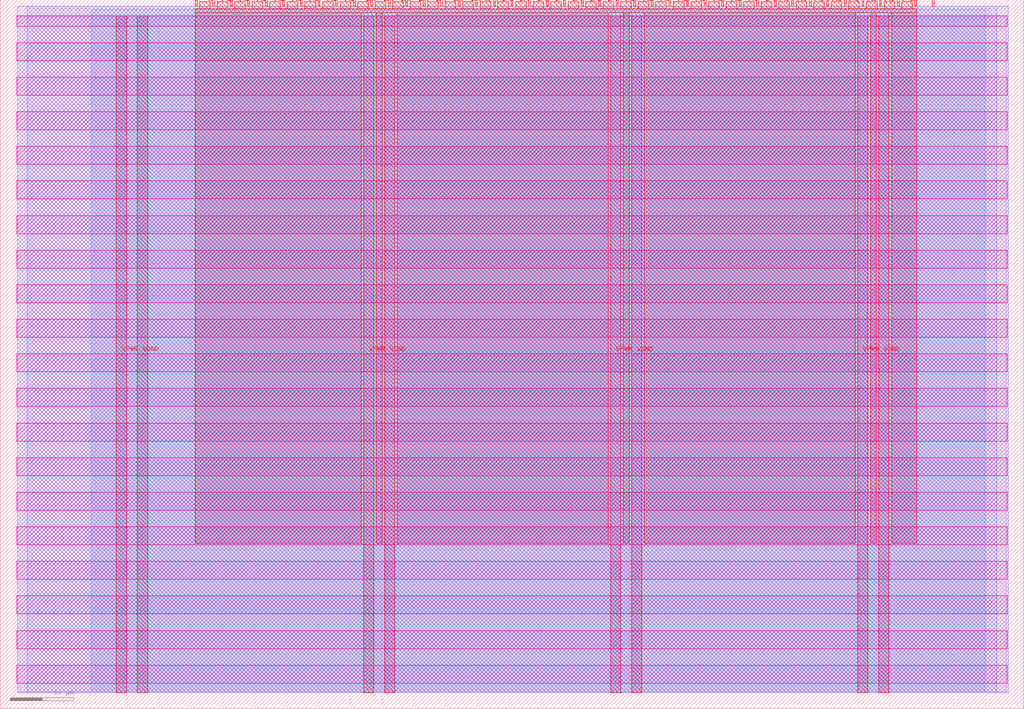
<source format=lef>
VERSION 5.7 ;
  NOWIREEXTENSIONATPIN ON ;
  DIVIDERCHAR "/" ;
  BUSBITCHARS "[]" ;
MACRO tt_um_emilian_muxpga
  CLASS BLOCK ;
  FOREIGN tt_um_emilian_muxpga ;
  ORIGIN 0.000 0.000 ;
  SIZE 161.000 BY 111.520 ;
  PIN VGND
    DIRECTION INOUT ;
    USE GROUND ;
    PORT
      LAYER met4 ;
        RECT 21.580 2.480 23.180 109.040 ;
    END
    PORT
      LAYER met4 ;
        RECT 60.450 2.480 62.050 109.040 ;
    END
    PORT
      LAYER met4 ;
        RECT 99.320 2.480 100.920 109.040 ;
    END
    PORT
      LAYER met4 ;
        RECT 138.190 2.480 139.790 109.040 ;
    END
  END VGND
  PIN VPWR
    DIRECTION INOUT ;
    USE POWER ;
    PORT
      LAYER met4 ;
        RECT 18.280 2.480 19.880 109.040 ;
    END
    PORT
      LAYER met4 ;
        RECT 57.150 2.480 58.750 109.040 ;
    END
    PORT
      LAYER met4 ;
        RECT 96.020 2.480 97.620 109.040 ;
    END
    PORT
      LAYER met4 ;
        RECT 134.890 2.480 136.490 109.040 ;
    END
  END VPWR
  PIN clk
    DIRECTION INPUT ;
    USE SIGNAL ;
    ANTENNAGATEAREA 0.852000 ;
    PORT
      LAYER met4 ;
        RECT 143.830 110.520 144.130 111.520 ;
    END
  END clk
  PIN ena
    DIRECTION INPUT ;
    USE SIGNAL ;
    PORT
      LAYER met4 ;
        RECT 146.590 110.520 146.890 111.520 ;
    END
  END ena
  PIN rst_n
    DIRECTION INPUT ;
    USE SIGNAL ;
    ANTENNAGATEAREA 0.196500 ;
    PORT
      LAYER met4 ;
        RECT 141.070 110.520 141.370 111.520 ;
    END
  END rst_n
  PIN ui_in[0]
    DIRECTION INPUT ;
    USE SIGNAL ;
    ANTENNAGATEAREA 0.213000 ;
    PORT
      LAYER met4 ;
        RECT 138.310 110.520 138.610 111.520 ;
    END
  END ui_in[0]
  PIN ui_in[1]
    DIRECTION INPUT ;
    USE SIGNAL ;
    ANTENNAGATEAREA 0.213000 ;
    PORT
      LAYER met4 ;
        RECT 135.550 110.520 135.850 111.520 ;
    END
  END ui_in[1]
  PIN ui_in[2]
    DIRECTION INPUT ;
    USE SIGNAL ;
    ANTENNAGATEAREA 0.196500 ;
    PORT
      LAYER met4 ;
        RECT 132.790 110.520 133.090 111.520 ;
    END
  END ui_in[2]
  PIN ui_in[3]
    DIRECTION INPUT ;
    USE SIGNAL ;
    ANTENNAGATEAREA 0.196500 ;
    PORT
      LAYER met4 ;
        RECT 130.030 110.520 130.330 111.520 ;
    END
  END ui_in[3]
  PIN ui_in[4]
    DIRECTION INPUT ;
    USE SIGNAL ;
    PORT
      LAYER met4 ;
        RECT 127.270 110.520 127.570 111.520 ;
    END
  END ui_in[4]
  PIN ui_in[5]
    DIRECTION INPUT ;
    USE SIGNAL ;
    PORT
      LAYER met4 ;
        RECT 124.510 110.520 124.810 111.520 ;
    END
  END ui_in[5]
  PIN ui_in[6]
    DIRECTION INPUT ;
    USE SIGNAL ;
    ANTENNAGATEAREA 0.196500 ;
    PORT
      LAYER met4 ;
        RECT 121.750 110.520 122.050 111.520 ;
    END
  END ui_in[6]
  PIN ui_in[7]
    DIRECTION INPUT ;
    USE SIGNAL ;
    ANTENNAGATEAREA 0.196500 ;
    PORT
      LAYER met4 ;
        RECT 118.990 110.520 119.290 111.520 ;
    END
  END ui_in[7]
  PIN uio_in[0]
    DIRECTION INPUT ;
    USE SIGNAL ;
    PORT
      LAYER met4 ;
        RECT 116.230 110.520 116.530 111.520 ;
    END
  END uio_in[0]
  PIN uio_in[1]
    DIRECTION INPUT ;
    USE SIGNAL ;
    PORT
      LAYER met4 ;
        RECT 113.470 110.520 113.770 111.520 ;
    END
  END uio_in[1]
  PIN uio_in[2]
    DIRECTION INPUT ;
    USE SIGNAL ;
    PORT
      LAYER met4 ;
        RECT 110.710 110.520 111.010 111.520 ;
    END
  END uio_in[2]
  PIN uio_in[3]
    DIRECTION INPUT ;
    USE SIGNAL ;
    PORT
      LAYER met4 ;
        RECT 107.950 110.520 108.250 111.520 ;
    END
  END uio_in[3]
  PIN uio_in[4]
    DIRECTION INPUT ;
    USE SIGNAL ;
    PORT
      LAYER met4 ;
        RECT 105.190 110.520 105.490 111.520 ;
    END
  END uio_in[4]
  PIN uio_in[5]
    DIRECTION INPUT ;
    USE SIGNAL ;
    PORT
      LAYER met4 ;
        RECT 102.430 110.520 102.730 111.520 ;
    END
  END uio_in[5]
  PIN uio_in[6]
    DIRECTION INPUT ;
    USE SIGNAL ;
    PORT
      LAYER met4 ;
        RECT 99.670 110.520 99.970 111.520 ;
    END
  END uio_in[6]
  PIN uio_in[7]
    DIRECTION INPUT ;
    USE SIGNAL ;
    PORT
      LAYER met4 ;
        RECT 96.910 110.520 97.210 111.520 ;
    END
  END uio_in[7]
  PIN uio_oe[0]
    DIRECTION OUTPUT ;
    USE SIGNAL ;
    ANTENNADIFFAREA 0.445500 ;
    PORT
      LAYER met4 ;
        RECT 49.990 110.520 50.290 111.520 ;
    END
  END uio_oe[0]
  PIN uio_oe[1]
    DIRECTION OUTPUT ;
    USE SIGNAL ;
    ANTENNADIFFAREA 0.445500 ;
    PORT
      LAYER met4 ;
        RECT 47.230 110.520 47.530 111.520 ;
    END
  END uio_oe[1]
  PIN uio_oe[2]
    DIRECTION OUTPUT ;
    USE SIGNAL ;
    ANTENNADIFFAREA 0.445500 ;
    PORT
      LAYER met4 ;
        RECT 44.470 110.520 44.770 111.520 ;
    END
  END uio_oe[2]
  PIN uio_oe[3]
    DIRECTION OUTPUT ;
    USE SIGNAL ;
    ANTENNADIFFAREA 0.445500 ;
    PORT
      LAYER met4 ;
        RECT 41.710 110.520 42.010 111.520 ;
    END
  END uio_oe[3]
  PIN uio_oe[4]
    DIRECTION OUTPUT ;
    USE SIGNAL ;
    ANTENNADIFFAREA 0.445500 ;
    PORT
      LAYER met4 ;
        RECT 38.950 110.520 39.250 111.520 ;
    END
  END uio_oe[4]
  PIN uio_oe[5]
    DIRECTION OUTPUT ;
    USE SIGNAL ;
    ANTENNADIFFAREA 0.445500 ;
    PORT
      LAYER met4 ;
        RECT 36.190 110.520 36.490 111.520 ;
    END
  END uio_oe[5]
  PIN uio_oe[6]
    DIRECTION OUTPUT ;
    USE SIGNAL ;
    ANTENNADIFFAREA 0.445500 ;
    PORT
      LAYER met4 ;
        RECT 33.430 110.520 33.730 111.520 ;
    END
  END uio_oe[6]
  PIN uio_oe[7]
    DIRECTION OUTPUT ;
    USE SIGNAL ;
    ANTENNADIFFAREA 0.445500 ;
    PORT
      LAYER met4 ;
        RECT 30.670 110.520 30.970 111.520 ;
    END
  END uio_oe[7]
  PIN uio_out[0]
    DIRECTION OUTPUT ;
    USE SIGNAL ;
    ANTENNADIFFAREA 0.445500 ;
    PORT
      LAYER met4 ;
        RECT 72.070 110.520 72.370 111.520 ;
    END
  END uio_out[0]
  PIN uio_out[1]
    DIRECTION OUTPUT ;
    USE SIGNAL ;
    ANTENNADIFFAREA 0.445500 ;
    PORT
      LAYER met4 ;
        RECT 69.310 110.520 69.610 111.520 ;
    END
  END uio_out[1]
  PIN uio_out[2]
    DIRECTION OUTPUT ;
    USE SIGNAL ;
    ANTENNADIFFAREA 0.445500 ;
    PORT
      LAYER met4 ;
        RECT 66.550 110.520 66.850 111.520 ;
    END
  END uio_out[2]
  PIN uio_out[3]
    DIRECTION OUTPUT ;
    USE SIGNAL ;
    ANTENNADIFFAREA 0.445500 ;
    PORT
      LAYER met4 ;
        RECT 63.790 110.520 64.090 111.520 ;
    END
  END uio_out[3]
  PIN uio_out[4]
    DIRECTION OUTPUT ;
    USE SIGNAL ;
    ANTENNADIFFAREA 0.445500 ;
    PORT
      LAYER met4 ;
        RECT 61.030 110.520 61.330 111.520 ;
    END
  END uio_out[4]
  PIN uio_out[5]
    DIRECTION OUTPUT ;
    USE SIGNAL ;
    ANTENNADIFFAREA 0.445500 ;
    PORT
      LAYER met4 ;
        RECT 58.270 110.520 58.570 111.520 ;
    END
  END uio_out[5]
  PIN uio_out[6]
    DIRECTION OUTPUT ;
    USE SIGNAL ;
    ANTENNADIFFAREA 0.445500 ;
    PORT
      LAYER met4 ;
        RECT 55.510 110.520 55.810 111.520 ;
    END
  END uio_out[6]
  PIN uio_out[7]
    DIRECTION OUTPUT ;
    USE SIGNAL ;
    ANTENNADIFFAREA 0.445500 ;
    PORT
      LAYER met4 ;
        RECT 52.750 110.520 53.050 111.520 ;
    END
  END uio_out[7]
  PIN uo_out[0]
    DIRECTION OUTPUT ;
    USE SIGNAL ;
    ANTENNADIFFAREA 0.445500 ;
    PORT
      LAYER met4 ;
        RECT 94.150 110.520 94.450 111.520 ;
    END
  END uo_out[0]
  PIN uo_out[1]
    DIRECTION OUTPUT ;
    USE SIGNAL ;
    ANTENNADIFFAREA 0.445500 ;
    PORT
      LAYER met4 ;
        RECT 91.390 110.520 91.690 111.520 ;
    END
  END uo_out[1]
  PIN uo_out[2]
    DIRECTION OUTPUT ;
    USE SIGNAL ;
    ANTENNADIFFAREA 0.445500 ;
    PORT
      LAYER met4 ;
        RECT 88.630 110.520 88.930 111.520 ;
    END
  END uo_out[2]
  PIN uo_out[3]
    DIRECTION OUTPUT ;
    USE SIGNAL ;
    ANTENNADIFFAREA 0.445500 ;
    PORT
      LAYER met4 ;
        RECT 85.870 110.520 86.170 111.520 ;
    END
  END uo_out[3]
  PIN uo_out[4]
    DIRECTION OUTPUT ;
    USE SIGNAL ;
    ANTENNADIFFAREA 0.891000 ;
    PORT
      LAYER met4 ;
        RECT 83.110 110.520 83.410 111.520 ;
    END
  END uo_out[4]
  PIN uo_out[5]
    DIRECTION OUTPUT ;
    USE SIGNAL ;
    ANTENNADIFFAREA 0.891000 ;
    PORT
      LAYER met4 ;
        RECT 80.350 110.520 80.650 111.520 ;
    END
  END uo_out[5]
  PIN uo_out[6]
    DIRECTION OUTPUT ;
    USE SIGNAL ;
    ANTENNADIFFAREA 0.891000 ;
    PORT
      LAYER met4 ;
        RECT 77.590 110.520 77.890 111.520 ;
    END
  END uo_out[6]
  PIN uo_out[7]
    DIRECTION OUTPUT ;
    USE SIGNAL ;
    ANTENNADIFFAREA 0.891000 ;
    PORT
      LAYER met4 ;
        RECT 74.830 110.520 75.130 111.520 ;
    END
  END uo_out[7]
  OBS
      LAYER nwell ;
        RECT 2.570 107.385 158.430 108.990 ;
        RECT 2.570 101.945 158.430 104.775 ;
        RECT 2.570 96.505 158.430 99.335 ;
        RECT 2.570 91.065 158.430 93.895 ;
        RECT 2.570 85.625 158.430 88.455 ;
        RECT 2.570 80.185 158.430 83.015 ;
        RECT 2.570 74.745 158.430 77.575 ;
        RECT 2.570 69.305 158.430 72.135 ;
        RECT 2.570 63.865 158.430 66.695 ;
        RECT 2.570 58.425 158.430 61.255 ;
        RECT 2.570 52.985 158.430 55.815 ;
        RECT 2.570 47.545 158.430 50.375 ;
        RECT 2.570 42.105 158.430 44.935 ;
        RECT 2.570 36.665 158.430 39.495 ;
        RECT 2.570 31.225 158.430 34.055 ;
        RECT 2.570 25.785 158.430 28.615 ;
        RECT 2.570 20.345 158.430 23.175 ;
        RECT 2.570 14.905 158.430 17.735 ;
        RECT 2.570 9.465 158.430 12.295 ;
        RECT 2.570 4.025 158.430 6.855 ;
      LAYER li1 ;
        RECT 2.760 2.635 158.240 108.885 ;
      LAYER met1 ;
        RECT 2.760 2.480 158.540 110.460 ;
      LAYER met2 ;
        RECT 4.240 2.535 156.760 110.490 ;
      LAYER met3 ;
        RECT 14.325 2.555 154.955 109.985 ;
      LAYER met4 ;
        RECT 31.370 110.120 33.030 111.170 ;
        RECT 34.130 110.120 35.790 111.170 ;
        RECT 36.890 110.120 38.550 111.170 ;
        RECT 39.650 110.120 41.310 111.170 ;
        RECT 42.410 110.120 44.070 111.170 ;
        RECT 45.170 110.120 46.830 111.170 ;
        RECT 47.930 110.120 49.590 111.170 ;
        RECT 50.690 110.120 52.350 111.170 ;
        RECT 53.450 110.120 55.110 111.170 ;
        RECT 56.210 110.120 57.870 111.170 ;
        RECT 58.970 110.120 60.630 111.170 ;
        RECT 61.730 110.120 63.390 111.170 ;
        RECT 64.490 110.120 66.150 111.170 ;
        RECT 67.250 110.120 68.910 111.170 ;
        RECT 70.010 110.120 71.670 111.170 ;
        RECT 72.770 110.120 74.430 111.170 ;
        RECT 75.530 110.120 77.190 111.170 ;
        RECT 78.290 110.120 79.950 111.170 ;
        RECT 81.050 110.120 82.710 111.170 ;
        RECT 83.810 110.120 85.470 111.170 ;
        RECT 86.570 110.120 88.230 111.170 ;
        RECT 89.330 110.120 90.990 111.170 ;
        RECT 92.090 110.120 93.750 111.170 ;
        RECT 94.850 110.120 96.510 111.170 ;
        RECT 97.610 110.120 99.270 111.170 ;
        RECT 100.370 110.120 102.030 111.170 ;
        RECT 103.130 110.120 104.790 111.170 ;
        RECT 105.890 110.120 107.550 111.170 ;
        RECT 108.650 110.120 110.310 111.170 ;
        RECT 111.410 110.120 113.070 111.170 ;
        RECT 114.170 110.120 115.830 111.170 ;
        RECT 116.930 110.120 118.590 111.170 ;
        RECT 119.690 110.120 121.350 111.170 ;
        RECT 122.450 110.120 124.110 111.170 ;
        RECT 125.210 110.120 126.870 111.170 ;
        RECT 127.970 110.120 129.630 111.170 ;
        RECT 130.730 110.120 132.390 111.170 ;
        RECT 133.490 110.120 135.150 111.170 ;
        RECT 136.250 110.120 137.910 111.170 ;
        RECT 139.010 110.120 140.670 111.170 ;
        RECT 141.770 110.120 143.430 111.170 ;
        RECT 30.655 109.440 144.145 110.120 ;
        RECT 30.655 26.015 56.750 109.440 ;
        RECT 59.150 26.015 60.050 109.440 ;
        RECT 62.450 26.015 95.620 109.440 ;
        RECT 98.020 26.015 98.920 109.440 ;
        RECT 101.320 26.015 134.490 109.440 ;
        RECT 136.890 26.015 137.790 109.440 ;
        RECT 140.190 26.015 144.145 109.440 ;
  END
END tt_um_emilian_muxpga
END LIBRARY


</source>
